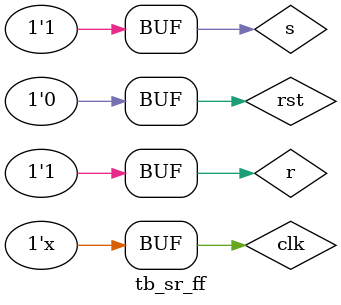
<source format=v>
`timescale 1ns / 1ps


module tb_sr_ff( );
reg clk,rst,s,r;
wire q,qbar;
sr_flipflop s1(clk,rst,s,r,q,qbar);
always  #20 clk=~clk ;
initial
clk=0;
initial
begin
rst=1'b1;{s,r}=2'b01;#40;
rst=1'b1;{s,r}=2'b10;#40;
 rst=1'b0;{s,r}=2'b00;#40;
rst=1'b0;{s,r}=2'b01;#40;
rst=1'b0;{s,r}=2'b10;#40;
rst=1'b0;{s,r}=2'b11;#40;


end
endmodule

</source>
